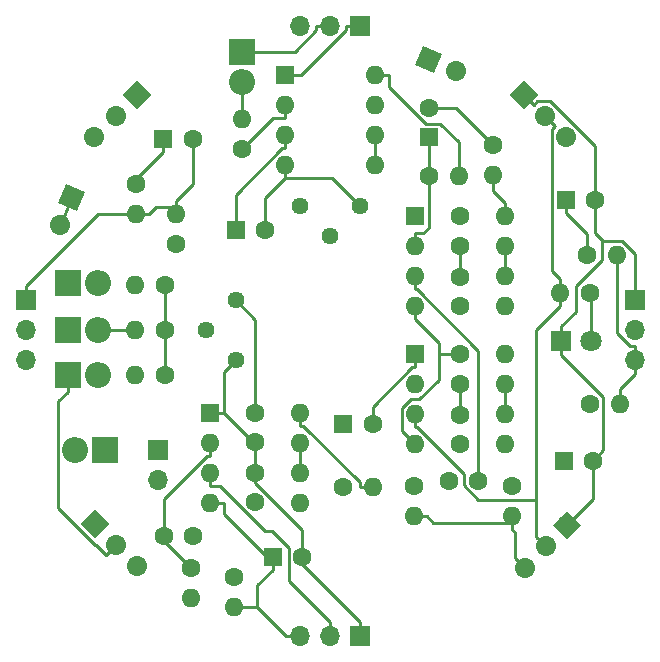
<source format=gbr>
G04 #@! TF.GenerationSoftware,KiCad,Pcbnew,5.0.2-bee76a0~70~ubuntu18.04.1*
G04 #@! TF.CreationDate,2019-07-06T23:51:27+02:00*
G04 #@! TF.ProjectId,neuromime_1.0.1,6e657572-6f6d-4696-9d65-5f312e302e31,rev?*
G04 #@! TF.SameCoordinates,Original*
G04 #@! TF.FileFunction,Copper,L1,Top*
G04 #@! TF.FilePolarity,Positive*
%FSLAX46Y46*%
G04 Gerber Fmt 4.6, Leading zero omitted, Abs format (unit mm)*
G04 Created by KiCad (PCBNEW 5.0.2-bee76a0~70~ubuntu18.04.1) date Sat 06 Jul 2019 11:51:27 PM CEST*
%MOMM*%
%LPD*%
G01*
G04 APERTURE LIST*
G04 #@! TA.AperFunction,ComponentPad*
%ADD10O,1.700000X1.700000*%
G04 #@! TD*
G04 #@! TA.AperFunction,ComponentPad*
%ADD11R,1.700000X1.700000*%
G04 #@! TD*
G04 #@! TA.AperFunction,ComponentPad*
%ADD12R,1.800000X1.800000*%
G04 #@! TD*
G04 #@! TA.AperFunction,ComponentPad*
%ADD13C,1.800000*%
G04 #@! TD*
G04 #@! TA.AperFunction,ComponentPad*
%ADD14R,2.200000X2.200000*%
G04 #@! TD*
G04 #@! TA.AperFunction,ComponentPad*
%ADD15O,2.200000X2.200000*%
G04 #@! TD*
G04 #@! TA.AperFunction,ComponentPad*
%ADD16C,1.700000*%
G04 #@! TD*
G04 #@! TA.AperFunction,Conductor*
%ADD17C,1.700000*%
G04 #@! TD*
G04 #@! TA.AperFunction,Conductor*
%ADD18C,0.150000*%
G04 #@! TD*
G04 #@! TA.AperFunction,ComponentPad*
%ADD19C,1.600000*%
G04 #@! TD*
G04 #@! TA.AperFunction,ComponentPad*
%ADD20R,1.600000X1.600000*%
G04 #@! TD*
G04 #@! TA.AperFunction,ComponentPad*
%ADD21O,1.600000X1.600000*%
G04 #@! TD*
G04 #@! TA.AperFunction,ComponentPad*
%ADD22C,1.440000*%
G04 #@! TD*
G04 #@! TA.AperFunction,Conductor*
%ADD23C,0.250000*%
G04 #@! TD*
G04 APERTURE END LIST*
D10*
G04 #@! TO.P,K1,3*
G04 #@! TO.N,VCC*
X147460000Y-24219000D03*
G04 #@! TO.P,K1,2*
G04 #@! TO.N,Net-(D1-Pad1)*
X150000000Y-24219000D03*
D11*
G04 #@! TO.P,K1,1*
G04 #@! TO.N,GND*
X152540000Y-24219000D03*
G04 #@! TD*
D12*
G04 #@! TO.P,D6,1*
G04 #@! TO.N,GND*
X169558000Y-50889000D03*
D13*
G04 #@! TO.P,D6,2*
G04 #@! TO.N,Net-(D6-Pad2)*
X172098000Y-50889000D03*
G04 #@! TD*
D14*
G04 #@! TO.P,D5,1*
G04 #@! TO.N,Net-(D5-Pad1)*
X130950000Y-60160000D03*
D15*
G04 #@! TO.P,D5,2*
G04 #@! TO.N,refractory*
X128410000Y-60160000D03*
G04 #@! TD*
D14*
G04 #@! TO.P,D4,1*
G04 #@! TO.N,Net-(D4-Pad1)*
X127775000Y-50000000D03*
D15*
G04 #@! TO.P,D4,2*
G04 #@! TO.N,Net-(D4-Pad2)*
X130315000Y-50000000D03*
G04 #@! TD*
G04 #@! TO.P,D3,2*
G04 #@! TO.N,Net-(D3-Pad2)*
X130315000Y-53810000D03*
D14*
G04 #@! TO.P,D3,1*
G04 #@! TO.N,Net-(D3-Pad1)*
X127775000Y-53810000D03*
G04 #@! TD*
D11*
G04 #@! TO.P,W3,1*
G04 #@! TO.N,Net-(D5-Pad1)*
X135395000Y-60160000D03*
D10*
G04 #@! TO.P,W3,2*
G04 #@! TO.N,Net-(P5-Pad2)*
X135395000Y-62700000D03*
G04 #@! TD*
D16*
G04 #@! TO.P,P2,3*
G04 #@! TO.N,VCC*
X169975102Y-33653102D03*
D17*
G04 #@! TD*
G04 #@! TO.N,VCC*
G04 #@! TO.C,P2*
X169975102Y-33653102D02*
X169975102Y-33653102D01*
D16*
G04 #@! TO.P,P2,2*
G04 #@! TO.N,Net-(P2-Pad2)*
X168179051Y-31857051D03*
D17*
G04 #@! TD*
G04 #@! TO.N,Net-(P2-Pad2)*
G04 #@! TO.C,P2*
X168179051Y-31857051D02*
X168179051Y-31857051D01*
D16*
G04 #@! TO.P,P2,1*
G04 #@! TO.N,GND*
X166383000Y-30061000D03*
D18*
G04 #@! TD*
G04 #@! TO.N,GND*
G04 #@! TO.C,P2*
G36*
X166383000Y-31263082D02*
X165180918Y-30061000D01*
X166383000Y-28858918D01*
X167585082Y-30061000D01*
X166383000Y-31263082D01*
X166383000Y-31263082D01*
G37*
D16*
G04 #@! TO.P,P4,3*
G04 #@! TO.N,VCC*
X166473898Y-70102102D03*
D17*
G04 #@! TD*
G04 #@! TO.N,VCC*
G04 #@! TO.C,P4*
X166473898Y-70102102D02*
X166473898Y-70102102D01*
D16*
G04 #@! TO.P,P4,2*
G04 #@! TO.N,Net-(P2-Pad2)*
X168269949Y-68306051D03*
D17*
G04 #@! TD*
G04 #@! TO.N,Net-(P2-Pad2)*
G04 #@! TO.C,P4*
X168269949Y-68306051D02*
X168269949Y-68306051D01*
D16*
G04 #@! TO.P,P4,1*
G04 #@! TO.N,GND*
X170066000Y-66510000D03*
D18*
G04 #@! TD*
G04 #@! TO.N,GND*
G04 #@! TO.C,P4*
G36*
X168863918Y-66510000D02*
X170066000Y-65307918D01*
X171268082Y-66510000D01*
X170066000Y-67712082D01*
X168863918Y-66510000D01*
X168863918Y-66510000D01*
G37*
D19*
G04 #@! TO.P,C4,2*
G04 #@! TO.N,GND*
X138340000Y-33807500D03*
D20*
G04 #@! TO.P,C4,1*
G04 #@! TO.N,refractory*
X135840000Y-33807500D03*
G04 #@! TD*
D16*
G04 #@! TO.P,K2,3*
G04 #@! TO.N,VCC*
X130024898Y-33653102D03*
D17*
G04 #@! TD*
G04 #@! TO.N,VCC*
G04 #@! TO.C,K2*
X130024898Y-33653102D02*
X130024898Y-33653102D01*
D16*
G04 #@! TO.P,K2,2*
G04 #@! TO.N,Net-(D2-Pad1)*
X131820949Y-31857051D03*
D17*
G04 #@! TD*
G04 #@! TO.N,Net-(D2-Pad1)*
G04 #@! TO.C,K2*
X131820949Y-31857051D02*
X131820949Y-31857051D01*
D16*
G04 #@! TO.P,K2,1*
G04 #@! TO.N,GND*
X133617000Y-30061000D03*
D18*
G04 #@! TD*
G04 #@! TO.N,GND*
G04 #@! TO.C,K2*
G36*
X132414918Y-30061000D02*
X133617000Y-28858918D01*
X134819082Y-30061000D01*
X133617000Y-31263082D01*
X132414918Y-30061000D01*
X132414918Y-30061000D01*
G37*
D21*
G04 #@! TO.P,R2,2*
G04 #@! TO.N,Net-(D2-Pad2)*
X133490000Y-46190000D03*
D19*
G04 #@! TO.P,R2,1*
G04 #@! TO.N,Net-(C5-Pad1)*
X136030000Y-46190000D03*
G04 #@! TD*
D20*
G04 #@! TO.P,U4,1*
G04 #@! TO.N,GND*
X139840000Y-56985000D03*
D21*
G04 #@! TO.P,U4,5*
G04 #@! TO.N,Net-(C16-Pad1)*
X147460000Y-64605000D03*
G04 #@! TO.P,U4,2*
G04 #@! TO.N,Net-(C11-Pad1)*
X139840000Y-59525000D03*
G04 #@! TO.P,U4,6*
G04 #@! TO.N,Net-(C17-Pad1)*
X147460000Y-62065000D03*
G04 #@! TO.P,U4,3*
G04 #@! TO.N,Net-(P5-Pad2)*
X139840000Y-62065000D03*
G04 #@! TO.P,U4,7*
G04 #@! TO.N,Net-(C17-Pad1)*
X147460000Y-59525000D03*
G04 #@! TO.P,U4,4*
G04 #@! TO.N,VCC*
X139840000Y-64605000D03*
G04 #@! TO.P,U4,8*
X147460000Y-56985000D03*
G04 #@! TD*
D20*
G04 #@! TO.P,C14,1*
G04 #@! TO.N,Net-(C14-Pad1)*
X169748000Y-61049000D03*
D19*
G04 #@! TO.P,C14,2*
G04 #@! TO.N,GND*
X172248000Y-61049000D03*
G04 #@! TD*
G04 #@! TO.P,R14,1*
G04 #@! TO.N,Net-(C14-Pad1)*
X171971000Y-56286500D03*
D21*
G04 #@! TO.P,R14,2*
G04 #@! TO.N,VCC*
X174511000Y-56286500D03*
G04 #@! TD*
D19*
G04 #@! TO.P,C11,1*
G04 #@! TO.N,Net-(C11-Pad1)*
X135880000Y-67399000D03*
G04 #@! TO.P,C11,2*
G04 #@! TO.N,Net-(C10-Pad2)*
X138380000Y-67399000D03*
G04 #@! TD*
G04 #@! TO.P,C12,2*
G04 #@! TO.N,GND*
X160986000Y-54532000D03*
G04 #@! TO.P,C12,1*
G04 #@! TO.N,VCC*
X160986000Y-52032000D03*
G04 #@! TD*
G04 #@! TO.P,C13,2*
G04 #@! TO.N,GND*
X160986000Y-42848000D03*
G04 #@! TO.P,C13,1*
G04 #@! TO.N,VCC*
X160986000Y-40348000D03*
G04 #@! TD*
G04 #@! TO.P,C15,1*
G04 #@! TO.N,Net-(C15-Pad1)*
X160986000Y-59652000D03*
G04 #@! TO.P,C15,2*
G04 #@! TO.N,GND*
X160986000Y-57152000D03*
G04 #@! TD*
G04 #@! TO.P,C16,1*
G04 #@! TO.N,Net-(C16-Pad1)*
X143650000Y-64565000D03*
G04 #@! TO.P,C16,2*
G04 #@! TO.N,GND*
X143650000Y-62065000D03*
G04 #@! TD*
G04 #@! TO.P,C17,2*
G04 #@! TO.N,GND*
X153580000Y-57937500D03*
D20*
G04 #@! TO.P,C17,1*
G04 #@! TO.N,Net-(C17-Pad1)*
X151080000Y-57937500D03*
G04 #@! TD*
G04 #@! TO.P,U1,1*
G04 #@! TO.N,GND*
X146190000Y-28410000D03*
D21*
G04 #@! TO.P,U1,5*
G04 #@! TO.N,Net-(U1-Pad5)*
X153810000Y-36030000D03*
G04 #@! TO.P,U1,2*
G04 #@! TO.N,refractory*
X146190000Y-30950000D03*
G04 #@! TO.P,U1,6*
G04 #@! TO.N,Net-(U1-Pad5)*
X153810000Y-33490000D03*
G04 #@! TO.P,U1,3*
G04 #@! TO.N,Net-(C5-Pad1)*
X146190000Y-33490000D03*
G04 #@! TO.P,U1,7*
G04 #@! TO.N,Net-(C6-Pad2)*
X153810000Y-30950000D03*
G04 #@! TO.P,U1,4*
G04 #@! TO.N,GND*
X146190000Y-36030000D03*
G04 #@! TO.P,U1,8*
G04 #@! TO.N,VCC*
X153810000Y-28410000D03*
G04 #@! TD*
G04 #@! TO.P,U2,8*
G04 #@! TO.N,VCC*
X164796000Y-40348000D03*
G04 #@! TO.P,U2,4*
X157176000Y-47968000D03*
G04 #@! TO.P,U2,7*
G04 #@! TO.N,Net-(C8-Pad1)*
X164796000Y-42888000D03*
G04 #@! TO.P,U2,3*
G04 #@! TO.N,Net-(C10-Pad2)*
X157176000Y-45428000D03*
G04 #@! TO.P,U2,6*
G04 #@! TO.N,Net-(C8-Pad1)*
X164796000Y-45428000D03*
G04 #@! TO.P,U2,2*
G04 #@! TO.N,Net-(C6-Pad1)*
X157176000Y-42888000D03*
G04 #@! TO.P,U2,5*
G04 #@! TO.N,Net-(C9-Pad1)*
X164796000Y-47968000D03*
D20*
G04 #@! TO.P,U2,1*
G04 #@! TO.N,GND*
X157176000Y-40348000D03*
G04 #@! TD*
G04 #@! TO.P,U3,1*
G04 #@! TO.N,GND*
X157176000Y-52032000D03*
D21*
G04 #@! TO.P,U3,5*
G04 #@! TO.N,Net-(C15-Pad1)*
X164796000Y-59652000D03*
G04 #@! TO.P,U3,2*
G04 #@! TO.N,Net-(C10-Pad1)*
X157176000Y-54572000D03*
G04 #@! TO.P,U3,6*
G04 #@! TO.N,Net-(C14-Pad1)*
X164796000Y-57112000D03*
G04 #@! TO.P,U3,3*
G04 #@! TO.N,Net-(P2-Pad2)*
X157176000Y-57112000D03*
G04 #@! TO.P,U3,7*
G04 #@! TO.N,Net-(C14-Pad1)*
X164796000Y-54572000D03*
G04 #@! TO.P,U3,4*
G04 #@! TO.N,VCC*
X157176000Y-59652000D03*
G04 #@! TO.P,U3,8*
X164796000Y-52032000D03*
G04 #@! TD*
G04 #@! TO.P,R12,2*
G04 #@! TO.N,VCC*
X157048000Y-65748000D03*
D19*
G04 #@! TO.P,R12,1*
G04 #@! TO.N,Net-(C10-Pad1)*
X157048000Y-63208000D03*
G04 #@! TD*
D22*
G04 #@! TO.P,RV1,3*
G04 #@! TO.N,VCC*
X147460000Y-39522500D03*
G04 #@! TO.P,RV1,2*
G04 #@! TO.N,refractory*
X150000000Y-42062500D03*
G04 #@! TO.P,RV1,1*
G04 #@! TO.N,GND*
X152540000Y-39522500D03*
G04 #@! TD*
D19*
G04 #@! TO.P,R4,1*
G04 #@! TO.N,Net-(C5-Pad1)*
X136030000Y-50000000D03*
D21*
G04 #@! TO.P,R4,2*
G04 #@! TO.N,Net-(D4-Pad2)*
X133490000Y-50000000D03*
G04 #@! TD*
D11*
G04 #@! TO.P,K4,1*
G04 #@! TO.N,GND*
X124219000Y-47460000D03*
D10*
G04 #@! TO.P,K4,2*
G04 #@! TO.N,Net-(D4-Pad1)*
X124219000Y-50000000D03*
G04 #@! TO.P,K4,3*
G04 #@! TO.N,VCC*
X124219000Y-52540000D03*
G04 #@! TD*
D20*
G04 #@! TO.P,C5,1*
G04 #@! TO.N,Net-(C5-Pad1)*
X141999000Y-41491000D03*
D19*
G04 #@! TO.P,C5,2*
G04 #@! TO.N,GND*
X144499000Y-41491000D03*
G04 #@! TD*
G04 #@! TO.P,R13,1*
G04 #@! TO.N,Net-(C11-Pad1)*
X138189000Y-70129500D03*
D21*
G04 #@! TO.P,R13,2*
G04 #@! TO.N,VCC*
X138189000Y-72669500D03*
G04 #@! TD*
D20*
G04 #@! TO.P,C1,1*
G04 #@! TO.N,VCC*
X145110000Y-69177000D03*
D19*
G04 #@! TO.P,C1,2*
G04 #@! TO.N,GND*
X147610000Y-69177000D03*
G04 #@! TD*
G04 #@! TO.P,R10,1*
G04 #@! TO.N,Net-(C10-Pad2)*
X165367000Y-63208000D03*
D21*
G04 #@! TO.P,R10,2*
G04 #@! TO.N,VCC*
X165367000Y-65748000D03*
G04 #@! TD*
G04 #@! TO.P,R15,2*
G04 #@! TO.N,Net-(P2-Pad2)*
X169431000Y-46825000D03*
D19*
G04 #@! TO.P,R15,1*
G04 #@! TO.N,Net-(D6-Pad2)*
X171971000Y-46825000D03*
G04 #@! TD*
D22*
G04 #@! TO.P,RV2,1*
G04 #@! TO.N,GND*
X141999000Y-52540000D03*
G04 #@! TO.P,RV2,2*
G04 #@! TO.N,Net-(C5-Pad1)*
X139459000Y-50000000D03*
G04 #@! TO.P,RV2,3*
G04 #@! TO.N,VCC*
X141999000Y-47460000D03*
G04 #@! TD*
D11*
G04 #@! TO.P,P5,1*
G04 #@! TO.N,GND*
X152540000Y-75908000D03*
D10*
G04 #@! TO.P,P5,2*
G04 #@! TO.N,Net-(P5-Pad2)*
X150000000Y-75908000D03*
G04 #@! TO.P,P5,3*
G04 #@! TO.N,VCC*
X147460000Y-75908000D03*
G04 #@! TD*
D19*
G04 #@! TO.P,C7,2*
G04 #@! TO.N,GND*
X143650000Y-59485000D03*
G04 #@! TO.P,C7,1*
G04 #@! TO.N,VCC*
X143650000Y-56985000D03*
G04 #@! TD*
G04 #@! TO.P,C8,2*
G04 #@! TO.N,GND*
X172439000Y-38951000D03*
D20*
G04 #@! TO.P,C8,1*
G04 #@! TO.N,Net-(C8-Pad1)*
X169939000Y-38951000D03*
G04 #@! TD*
D19*
G04 #@! TO.P,C9,1*
G04 #@! TO.N,Net-(C9-Pad1)*
X160986000Y-47968000D03*
G04 #@! TO.P,C9,2*
G04 #@! TO.N,GND*
X160986000Y-45468000D03*
G04 #@! TD*
G04 #@! TO.P,C10,1*
G04 #@! TO.N,Net-(C10-Pad1)*
X160033000Y-62763500D03*
G04 #@! TO.P,C10,2*
G04 #@! TO.N,Net-(C10-Pad2)*
X162533000Y-62763500D03*
G04 #@! TD*
D21*
G04 #@! TO.P,R1,2*
G04 #@! TO.N,Net-(D1-Pad2)*
X142520000Y-32139500D03*
D19*
G04 #@! TO.P,R1,1*
G04 #@! TO.N,refractory*
X142520000Y-34679500D03*
G04 #@! TD*
G04 #@! TO.P,R3,1*
G04 #@! TO.N,Net-(C5-Pad1)*
X136030000Y-53810000D03*
D21*
G04 #@! TO.P,R3,2*
G04 #@! TO.N,Net-(D3-Pad2)*
X133490000Y-53810000D03*
G04 #@! TD*
G04 #@! TO.P,R11,2*
G04 #@! TO.N,VCC*
X141872000Y-73431500D03*
D19*
G04 #@! TO.P,R11,1*
G04 #@! TO.N,Net-(C10-Pad2)*
X141872000Y-70891500D03*
G04 #@! TD*
D16*
G04 #@! TO.P,W1,1*
G04 #@! TO.N,refractory*
X158318000Y-27076500D03*
D18*
G04 #@! TD*
G04 #@! TO.N,refractory*
G04 #@! TO.C,W1*
G36*
X158787691Y-28183022D02*
X157211478Y-27546191D01*
X157848309Y-25969978D01*
X159424522Y-26606809D01*
X158787691Y-28183022D01*
X158787691Y-28183022D01*
G37*
D16*
G04 #@! TO.P,W1,2*
G04 #@! TO.N,refractory*
X160673047Y-28028001D03*
D17*
G04 #@! TD*
G04 #@! TO.N,refractory*
G04 #@! TO.C,W1*
X160673047Y-28028001D02*
X160673047Y-28028001D01*
D19*
G04 #@! TO.P,R16,1*
G04 #@! TO.N,Net-(C17-Pad1)*
X151080000Y-63271500D03*
D21*
G04 #@! TO.P,R16,2*
G04 #@! TO.N,VCC*
X153620000Y-63271500D03*
G04 #@! TD*
D14*
G04 #@! TO.P,D2,1*
G04 #@! TO.N,Net-(D2-Pad1)*
X127775000Y-45999500D03*
D15*
G04 #@! TO.P,D2,2*
G04 #@! TO.N,Net-(D2-Pad2)*
X130315000Y-45999500D03*
G04 #@! TD*
G04 #@! TO.P,D1,2*
G04 #@! TO.N,Net-(D1-Pad2)*
X142520000Y-28964500D03*
D14*
G04 #@! TO.P,D1,1*
G04 #@! TO.N,Net-(D1-Pad1)*
X142520000Y-26424500D03*
G04 #@! TD*
D21*
G04 #@! TO.P,R9,2*
G04 #@! TO.N,VCC*
X174257000Y-43650000D03*
D19*
G04 #@! TO.P,R9,1*
G04 #@! TO.N,Net-(C8-Pad1)*
X171717000Y-43650000D03*
G04 #@! TD*
D11*
G04 #@! TO.P,P3,1*
G04 #@! TO.N,GND*
X175781000Y-47460000D03*
D10*
G04 #@! TO.P,P3,2*
G04 #@! TO.N,Net-(P2-Pad2)*
X175781000Y-50000000D03*
G04 #@! TO.P,P3,3*
G04 #@! TO.N,VCC*
X175781000Y-52540000D03*
G04 #@! TD*
D16*
G04 #@! TO.P,W2,2*
G04 #@! TO.N,Net-(C5-Pad1)*
X127140499Y-41115547D03*
D17*
G04 #@! TD*
G04 #@! TO.N,Net-(C5-Pad1)*
G04 #@! TO.C,W2*
X127140499Y-41115547D02*
X127140499Y-41115547D01*
D16*
G04 #@! TO.P,W2,1*
G04 #@! TO.N,Net-(C5-Pad1)*
X128092000Y-38760500D03*
D18*
G04 #@! TD*
G04 #@! TO.N,Net-(C5-Pad1)*
G04 #@! TO.C,W2*
G36*
X126985478Y-39230191D02*
X127622309Y-37653978D01*
X129198522Y-38290809D01*
X128561691Y-39867022D01*
X126985478Y-39230191D01*
X126985478Y-39230191D01*
G37*
D20*
G04 #@! TO.P,C6,1*
G04 #@! TO.N,Net-(C6-Pad1)*
X158382000Y-33680500D03*
D19*
G04 #@! TO.P,C6,2*
G04 #@! TO.N,Net-(C6-Pad2)*
X158382000Y-31180500D03*
G04 #@! TD*
D21*
G04 #@! TO.P,R5,2*
G04 #@! TO.N,GND*
X133554000Y-40157500D03*
D19*
G04 #@! TO.P,R5,1*
G04 #@! TO.N,refractory*
X133554000Y-37617500D03*
G04 #@! TD*
G04 #@! TO.P,R7,1*
G04 #@! TO.N,Net-(C6-Pad2)*
X163780000Y-34315500D03*
D21*
G04 #@! TO.P,R7,2*
G04 #@! TO.N,VCC*
X163780000Y-36855500D03*
G04 #@! TD*
D19*
G04 #@! TO.P,R8,1*
G04 #@! TO.N,Net-(C6-Pad1)*
X158318000Y-36919000D03*
D21*
G04 #@! TO.P,R8,2*
G04 #@! TO.N,VCC*
X160858000Y-36919000D03*
G04 #@! TD*
D16*
G04 #@! TO.P,K3,1*
G04 #@! TO.N,GND*
X130061000Y-66383000D03*
D18*
G04 #@! TD*
G04 #@! TO.N,GND*
G04 #@! TO.C,K3*
G36*
X130061000Y-67585082D02*
X128858918Y-66383000D01*
X130061000Y-65180918D01*
X131263082Y-66383000D01*
X130061000Y-67585082D01*
X130061000Y-67585082D01*
G37*
D16*
G04 #@! TO.P,K3,2*
G04 #@! TO.N,Net-(D3-Pad1)*
X131857051Y-68179051D03*
D17*
G04 #@! TD*
G04 #@! TO.N,Net-(D3-Pad1)*
G04 #@! TO.C,K3*
X131857051Y-68179051D02*
X131857051Y-68179051D01*
D16*
G04 #@! TO.P,K3,3*
G04 #@! TO.N,VCC*
X133653102Y-69975102D03*
D17*
G04 #@! TD*
G04 #@! TO.N,VCC*
G04 #@! TO.C,K3*
X133653102Y-69975102D02*
X133653102Y-69975102D01*
D21*
G04 #@! TO.P,R6,2*
G04 #@! TO.N,GND*
X136919000Y-40157500D03*
D19*
G04 #@! TO.P,R6,1*
G04 #@! TO.N,Net-(C5-Pad1)*
X136919000Y-42697500D03*
G04 #@! TD*
D23*
G04 #@! TO.N,GND*
X157176000Y-52032000D02*
X157176000Y-53157300D01*
X153580000Y-57937500D02*
X153580000Y-56472000D01*
X153580000Y-56472000D02*
X156894700Y-53157300D01*
X156894700Y-53157300D02*
X157176000Y-53157300D01*
X166383000Y-30061000D02*
X167214100Y-30892000D01*
X172439000Y-38951000D02*
X172439000Y-34444200D01*
X172439000Y-34444200D02*
X168625700Y-30630900D01*
X168625700Y-30630900D02*
X167475200Y-30630900D01*
X167475200Y-30630900D02*
X167214100Y-30892000D01*
X173131800Y-42487200D02*
X172439000Y-41794400D01*
X172439000Y-41794400D02*
X172439000Y-38951000D01*
X169558000Y-50889000D02*
X169558000Y-49663700D01*
X173131800Y-42487200D02*
X172987000Y-42632000D01*
X172987000Y-42632000D02*
X172987000Y-44025100D01*
X172987000Y-44025100D02*
X170783300Y-46228800D01*
X170783300Y-46228800D02*
X170783300Y-48438400D01*
X170783300Y-48438400D02*
X169558000Y-49663700D01*
X175781000Y-47460000D02*
X175781000Y-43568100D01*
X175781000Y-43568100D02*
X174700100Y-42487200D01*
X174700100Y-42487200D02*
X173131800Y-42487200D01*
X152540000Y-39522500D02*
X150172800Y-37155300D01*
X150172800Y-37155300D02*
X146190000Y-37155300D01*
X143650000Y-59485000D02*
X143465300Y-59485000D01*
X143465300Y-59485000D02*
X140965300Y-56985000D01*
X143650000Y-59485000D02*
X143650000Y-62065000D01*
X141999000Y-52540000D02*
X140965300Y-53573700D01*
X140965300Y-53573700D02*
X140965300Y-56985000D01*
X139840000Y-56985000D02*
X140965300Y-56985000D01*
X133554000Y-40157500D02*
X134679300Y-40157500D01*
X136919000Y-39594800D02*
X135242000Y-39594800D01*
X135242000Y-39594800D02*
X134679300Y-40157500D01*
X136919000Y-39594800D02*
X136919000Y-39032200D01*
X136919000Y-40157500D02*
X136919000Y-39594800D01*
X169558000Y-50889000D02*
X169558000Y-52114300D01*
X169558000Y-52114300D02*
X173116900Y-55673200D01*
X173116900Y-55673200D02*
X173116900Y-60180100D01*
X173116900Y-60180100D02*
X172248000Y-61049000D01*
X152540000Y-24219000D02*
X151364700Y-24219000D01*
X146190000Y-28410000D02*
X147541000Y-28410000D01*
X147541000Y-28410000D02*
X151364700Y-24586300D01*
X151364700Y-24586300D02*
X151364700Y-24219000D01*
X136919000Y-39032200D02*
X138340000Y-37611200D01*
X138340000Y-37611200D02*
X138340000Y-33807500D01*
X172248000Y-61049000D02*
X172248000Y-64328000D01*
X172248000Y-64328000D02*
X170066000Y-66510000D01*
X146190000Y-36030000D02*
X146190000Y-37155300D01*
X144499000Y-41491000D02*
X144499000Y-38846300D01*
X144499000Y-38846300D02*
X146190000Y-37155300D01*
X147610000Y-69177000D02*
X147610000Y-66933400D01*
X147610000Y-66933400D02*
X143650000Y-62973400D01*
X143650000Y-62973400D02*
X143650000Y-62065000D01*
X152540000Y-74732700D02*
X147610000Y-69802700D01*
X147610000Y-69802700D02*
X147610000Y-69177000D01*
X160986000Y-54532000D02*
X160986000Y-57152000D01*
X160986000Y-42848000D02*
X160986000Y-45468000D01*
X124219000Y-47460000D02*
X124219000Y-46284700D01*
X124219000Y-46284700D02*
X130346200Y-40157500D01*
X130346200Y-40157500D02*
X133554000Y-40157500D01*
X152540000Y-75908000D02*
X152540000Y-74732700D01*
G04 #@! TO.N,VCC*
X159175600Y-52032000D02*
X159175600Y-54182100D01*
X159175600Y-54182100D02*
X157515700Y-55842000D01*
X157515700Y-55842000D02*
X156804000Y-55842000D01*
X156804000Y-55842000D02*
X156048100Y-56597900D01*
X156048100Y-56597900D02*
X156048100Y-58524100D01*
X156048100Y-58524100D02*
X157176000Y-59652000D01*
X157176000Y-49093300D02*
X159175600Y-51092900D01*
X159175600Y-51092900D02*
X159175600Y-52032000D01*
X160986000Y-52032000D02*
X159175600Y-52032000D01*
X139840000Y-64605000D02*
X140965300Y-64605000D01*
X145110000Y-69739600D02*
X140965300Y-65594900D01*
X140965300Y-65594900D02*
X140965300Y-64605000D01*
X145110000Y-69739600D02*
X145110000Y-70302300D01*
X145110000Y-69177000D02*
X145110000Y-69739600D01*
X143808200Y-73431500D02*
X142997300Y-73431500D01*
X146284700Y-75908000D02*
X143808200Y-73431500D01*
X145110000Y-70302300D02*
X143808200Y-71604100D01*
X143808200Y-71604100D02*
X143808200Y-73431500D01*
X164796000Y-40348000D02*
X164796000Y-39222700D01*
X164796000Y-39222700D02*
X163780000Y-38206700D01*
X163780000Y-38206700D02*
X163780000Y-36855500D01*
X160858000Y-36919000D02*
X160858000Y-34090400D01*
X160858000Y-34090400D02*
X159322700Y-32555100D01*
X159322700Y-32555100D02*
X158095800Y-32555100D01*
X158095800Y-32555100D02*
X154935300Y-29394600D01*
X154935300Y-29394600D02*
X154935300Y-28410000D01*
X153810000Y-28410000D02*
X154935300Y-28410000D01*
X147460000Y-75908000D02*
X146284700Y-75908000D01*
X141872000Y-73431500D02*
X142997300Y-73431500D01*
X157176000Y-47968000D02*
X157176000Y-49093300D01*
X157048000Y-65748000D02*
X158173300Y-65748000D01*
X165367000Y-66310600D02*
X158735900Y-66310600D01*
X158735900Y-66310600D02*
X158173300Y-65748000D01*
X165367000Y-66310600D02*
X165367000Y-66873300D01*
X165367000Y-65748000D02*
X165367000Y-66310600D01*
X175781000Y-52540000D02*
X175781000Y-51364700D01*
X174257000Y-43650000D02*
X174257000Y-50208000D01*
X174257000Y-50208000D02*
X175413700Y-51364700D01*
X175413700Y-51364700D02*
X175781000Y-51364700D01*
X153620000Y-63271500D02*
X152494700Y-63271500D01*
X147460000Y-56985000D02*
X147460000Y-58110300D01*
X147460000Y-58110300D02*
X147709700Y-58110300D01*
X147709700Y-58110300D02*
X152494700Y-62895300D01*
X152494700Y-62895300D02*
X152494700Y-63271500D01*
X166473900Y-70102100D02*
X165642900Y-69271000D01*
X165367000Y-66873300D02*
X165642900Y-67149200D01*
X165642900Y-67149200D02*
X165642900Y-69271000D01*
X141999000Y-47460000D02*
X143650000Y-49111000D01*
X143650000Y-49111000D02*
X143650000Y-56985000D01*
X175781000Y-52540000D02*
X175781000Y-53715300D01*
X175781000Y-53715300D02*
X174511000Y-54985300D01*
X174511000Y-54985300D02*
X174511000Y-56286500D01*
G04 #@! TO.N,refractory*
X146190000Y-30950000D02*
X146190000Y-32075300D01*
X146190000Y-32075300D02*
X145124200Y-32075300D01*
X145124200Y-32075300D02*
X142520000Y-34679500D01*
X135840000Y-33807500D02*
X135840000Y-34932800D01*
X135840000Y-34932800D02*
X133554000Y-37218800D01*
X133554000Y-37218800D02*
X133554000Y-37617500D01*
G04 #@! TO.N,Net-(C5-Pad1)*
X146190000Y-33490000D02*
X146190000Y-34615300D01*
X146190000Y-34615300D02*
X145908700Y-34615300D01*
X145908700Y-34615300D02*
X141999000Y-38525000D01*
X141999000Y-38525000D02*
X141999000Y-41491000D01*
X136030000Y-50000000D02*
X136030000Y-46190000D01*
X136030000Y-53810000D02*
X136030000Y-50000000D01*
X128092000Y-38760500D02*
X127473900Y-40290500D01*
X127473900Y-40290500D02*
X127473800Y-40290500D01*
X127473800Y-40290500D02*
X127140500Y-40623800D01*
X127140500Y-40623800D02*
X127140500Y-41115500D01*
G04 #@! TO.N,Net-(C6-Pad1)*
X158382000Y-33680500D02*
X158382000Y-34805800D01*
X158318000Y-36919000D02*
X158318000Y-34869800D01*
X158318000Y-34869800D02*
X158382000Y-34805800D01*
X157176000Y-41762700D02*
X157879300Y-41762700D01*
X157879300Y-41762700D02*
X158318000Y-41324000D01*
X158318000Y-41324000D02*
X158318000Y-36919000D01*
X157176000Y-42888000D02*
X157176000Y-41762700D01*
G04 #@! TO.N,Net-(C6-Pad2)*
X163780000Y-34315500D02*
X160645000Y-31180500D01*
X160645000Y-31180500D02*
X158382000Y-31180500D01*
G04 #@! TO.N,Net-(C8-Pad1)*
X169939000Y-38951000D02*
X169939000Y-40076300D01*
X171717000Y-43650000D02*
X171717000Y-41854300D01*
X171717000Y-41854300D02*
X169939000Y-40076300D01*
X164796000Y-45428000D02*
X164796000Y-42888000D01*
G04 #@! TO.N,Net-(C10-Pad2)*
X157176000Y-45428000D02*
X157176000Y-46553300D01*
X157176000Y-46553300D02*
X157363400Y-46553300D01*
X157363400Y-46553300D02*
X162533000Y-51722900D01*
X162533000Y-51722900D02*
X162533000Y-62763500D01*
G04 #@! TO.N,Net-(C11-Pad1)*
X139840000Y-59525000D02*
X139840000Y-60650300D01*
X135880000Y-67399000D02*
X135880000Y-64328900D01*
X135880000Y-64328900D02*
X139558600Y-60650300D01*
X139558600Y-60650300D02*
X139840000Y-60650300D01*
X138189000Y-70129500D02*
X135880000Y-67820500D01*
X135880000Y-67820500D02*
X135880000Y-67399000D01*
G04 #@! TO.N,Net-(C17-Pad1)*
X147460000Y-59525000D02*
X147460000Y-62065000D01*
G04 #@! TO.N,Net-(D1-Pad2)*
X142520000Y-32139500D02*
X142520000Y-28964500D01*
G04 #@! TO.N,Net-(D1-Pad1)*
X150000000Y-24219000D02*
X148824700Y-24219000D01*
X142520000Y-26424500D02*
X146986500Y-26424500D01*
X146986500Y-26424500D02*
X148824700Y-24586300D01*
X148824700Y-24586300D02*
X148824700Y-24219000D01*
G04 #@! TO.N,Net-(D3-Pad1)*
X127775000Y-53810000D02*
X127775000Y-55235300D01*
X131857100Y-68179100D02*
X131026100Y-69010100D01*
X131026100Y-69010100D02*
X130195000Y-68179100D01*
X130195000Y-68179100D02*
X130107900Y-68179100D01*
X130107900Y-68179100D02*
X126984600Y-65055800D01*
X126984600Y-65055800D02*
X126984600Y-56025700D01*
X126984600Y-56025700D02*
X127775000Y-55235300D01*
G04 #@! TO.N,Net-(D4-Pad2)*
X133490000Y-50000000D02*
X130315000Y-50000000D01*
G04 #@! TO.N,Net-(D6-Pad2)*
X171971000Y-46825000D02*
X172098000Y-46952000D01*
X172098000Y-46952000D02*
X172098000Y-50889000D01*
G04 #@! TO.N,Net-(P2-Pad2)*
X168179100Y-31857100D02*
X169010100Y-32688100D01*
X169431000Y-46825000D02*
X169431000Y-45699700D01*
X169431000Y-45699700D02*
X168751900Y-45020600D01*
X168751900Y-45020600D02*
X168751900Y-32946300D01*
X168751900Y-32946300D02*
X169010100Y-32688100D01*
X169431000Y-47387600D02*
X169431000Y-46825000D01*
X169431000Y-47387600D02*
X169431000Y-47950300D01*
X167438900Y-64394100D02*
X167438900Y-49942400D01*
X167438900Y-49942400D02*
X169431000Y-47950300D01*
X157176000Y-58237300D02*
X157363300Y-58237300D01*
X157363300Y-58237300D02*
X161283000Y-62157000D01*
X161283000Y-62157000D02*
X161283000Y-63135300D01*
X161283000Y-63135300D02*
X162541800Y-64394100D01*
X162541800Y-64394100D02*
X167438900Y-64394100D01*
X167438900Y-64394100D02*
X167438900Y-67475000D01*
X157176000Y-57112000D02*
X157176000Y-58237300D01*
X168269900Y-68306100D02*
X167438900Y-67475000D01*
G04 #@! TO.N,Net-(P5-Pad2)*
X139840000Y-62065000D02*
X139840000Y-63190300D01*
X150000000Y-75908000D02*
X150000000Y-74732700D01*
X150000000Y-74732700D02*
X146484600Y-71217300D01*
X146484600Y-71217300D02*
X146484600Y-68467200D01*
X146484600Y-68467200D02*
X145047700Y-67030300D01*
X145047700Y-67030300D02*
X144493200Y-67030300D01*
X144493200Y-67030300D02*
X140653200Y-63190300D01*
X140653200Y-63190300D02*
X139840000Y-63190300D01*
G04 #@! TO.N,Net-(U1-Pad5)*
X153810000Y-33490000D02*
X153810000Y-36030000D01*
G04 #@! TO.N,Net-(C14-Pad1)*
X164796000Y-54572000D02*
X164796000Y-57112000D01*
G04 #@! TD*
M02*

</source>
